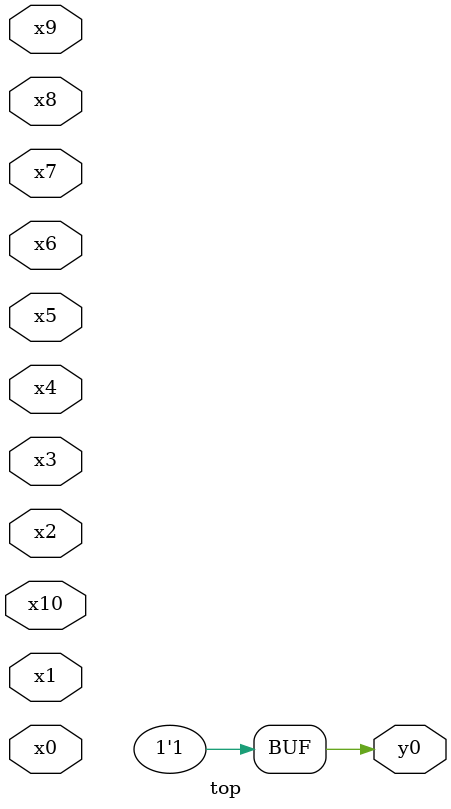
<source format=v>
module top( x0 , x1 , x2 , x3 , x4 , x5 , x6 , x7 , x8 , x9 , x10 , y0 );
  input x0 , x1 , x2 , x3 , x4 , x5 , x6 , x7 , x8 , x9 , x10 ;
  output y0 ;
  assign y0 = ~1'b0 ;
endmodule

</source>
